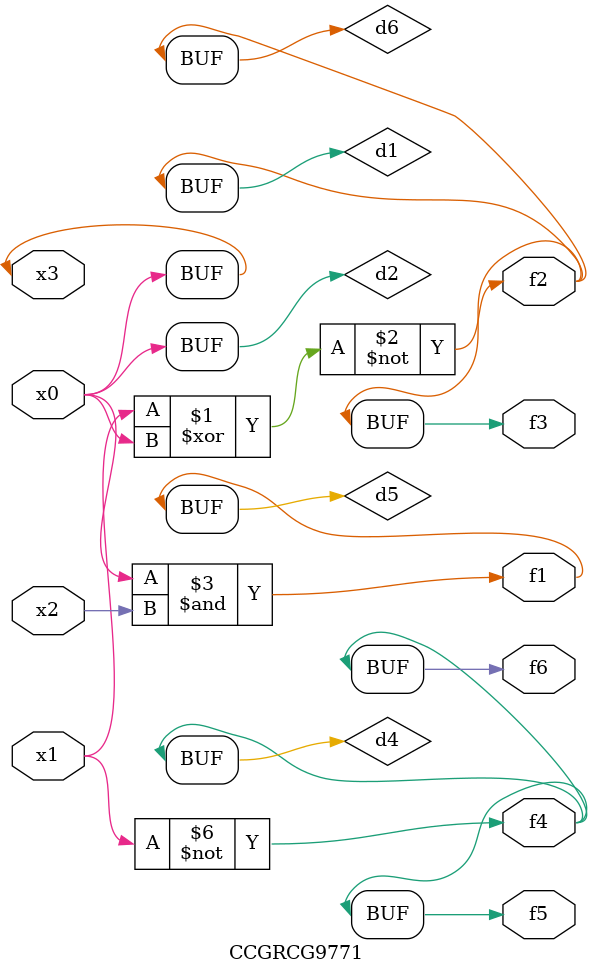
<source format=v>
module CCGRCG9771(
	input x0, x1, x2, x3,
	output f1, f2, f3, f4, f5, f6
);

	wire d1, d2, d3, d4, d5, d6;

	xnor (d1, x1, x3);
	buf (d2, x0, x3);
	nand (d3, x0, x2);
	not (d4, x1);
	nand (d5, d3);
	or (d6, d1);
	assign f1 = d5;
	assign f2 = d6;
	assign f3 = d6;
	assign f4 = d4;
	assign f5 = d4;
	assign f6 = d4;
endmodule

</source>
